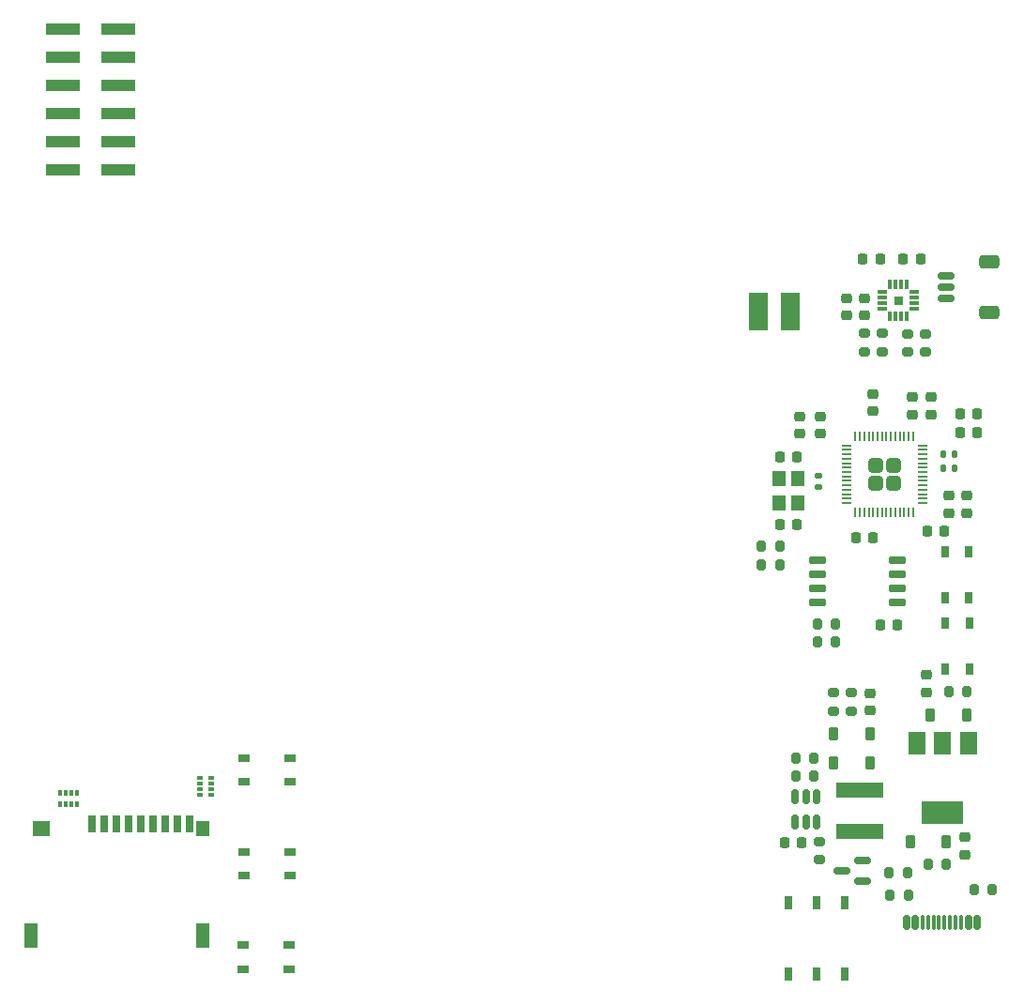
<source format=gbp>
%TF.GenerationSoftware,KiCad,Pcbnew,7.0.7*%
%TF.CreationDate,2023-11-02T23:48:11+00:00*%
%TF.ProjectId,mod-badge-inercia,6d6f642d-6261-4646-9765-2d696e657263,rev?*%
%TF.SameCoordinates,Original*%
%TF.FileFunction,Paste,Bot*%
%TF.FilePolarity,Positive*%
%FSLAX46Y46*%
G04 Gerber Fmt 4.6, Leading zero omitted, Abs format (unit mm)*
G04 Created by KiCad (PCBNEW 7.0.7) date 2023-11-02 23:48:11*
%MOMM*%
%LPD*%
G01*
G04 APERTURE LIST*
G04 Aperture macros list*
%AMRoundRect*
0 Rectangle with rounded corners*
0 $1 Rounding radius*
0 $2 $3 $4 $5 $6 $7 $8 $9 X,Y pos of 4 corners*
0 Add a 4 corners polygon primitive as box body*
4,1,4,$2,$3,$4,$5,$6,$7,$8,$9,$2,$3,0*
0 Add four circle primitives for the rounded corners*
1,1,$1+$1,$2,$3*
1,1,$1+$1,$4,$5*
1,1,$1+$1,$6,$7*
1,1,$1+$1,$8,$9*
0 Add four rect primitives between the rounded corners*
20,1,$1+$1,$2,$3,$4,$5,0*
20,1,$1+$1,$4,$5,$6,$7,0*
20,1,$1+$1,$6,$7,$8,$9,0*
20,1,$1+$1,$8,$9,$2,$3,0*%
G04 Aperture macros list end*
%ADD10C,0.010000*%
%ADD11RoundRect,0.200000X-0.275000X0.200000X-0.275000X-0.200000X0.275000X-0.200000X0.275000X0.200000X0*%
%ADD12RoundRect,0.225000X0.225000X0.250000X-0.225000X0.250000X-0.225000X-0.250000X0.225000X-0.250000X0*%
%ADD13RoundRect,0.200000X0.275000X-0.200000X0.275000X0.200000X-0.275000X0.200000X-0.275000X-0.200000X0*%
%ADD14RoundRect,0.200000X0.200000X0.275000X-0.200000X0.275000X-0.200000X-0.275000X0.200000X-0.275000X0*%
%ADD15RoundRect,0.225000X0.225000X0.375000X-0.225000X0.375000X-0.225000X-0.375000X0.225000X-0.375000X0*%
%ADD16RoundRect,0.225000X-0.250000X0.225000X-0.250000X-0.225000X0.250000X-0.225000X0.250000X0.225000X0*%
%ADD17RoundRect,0.225000X0.250000X-0.225000X0.250000X0.225000X-0.250000X0.225000X-0.250000X-0.225000X0*%
%ADD18R,0.700000X1.600000*%
%ADD19R,1.200000X2.200000*%
%ADD20R,1.600000X1.400000*%
%ADD21R,1.200000X1.400000*%
%ADD22RoundRect,0.200000X-0.200000X-0.275000X0.200000X-0.275000X0.200000X0.275000X-0.200000X0.275000X0*%
%ADD23RoundRect,0.225000X-0.225000X-0.250000X0.225000X-0.250000X0.225000X0.250000X-0.225000X0.250000X0*%
%ADD24RoundRect,0.225000X-0.225000X-0.375000X0.225000X-0.375000X0.225000X0.375000X-0.225000X0.375000X0*%
%ADD25RoundRect,0.150000X0.587500X0.150000X-0.587500X0.150000X-0.587500X-0.150000X0.587500X-0.150000X0*%
%ADD26RoundRect,0.150000X-0.625000X0.150000X-0.625000X-0.150000X0.625000X-0.150000X0.625000X0.150000X0*%
%ADD27RoundRect,0.250000X-0.650000X0.350000X-0.650000X-0.350000X0.650000X-0.350000X0.650000X0.350000X0*%
%ADD28R,0.400000X0.500000*%
%ADD29R,0.300000X0.500000*%
%ADD30R,1.050000X0.650000*%
%ADD31RoundRect,0.135000X0.135000X0.185000X-0.135000X0.185000X-0.135000X-0.185000X0.135000X-0.185000X0*%
%ADD32R,0.500000X0.400000*%
%ADD33R,0.500000X0.300000*%
%ADD34RoundRect,0.135000X-0.185000X0.135000X-0.185000X-0.135000X0.185000X-0.135000X0.185000X0.135000X0*%
%ADD35R,0.700000X1.200000*%
%ADD36R,0.650000X1.050000*%
%ADD37RoundRect,0.249999X0.395001X-0.395001X0.395001X0.395001X-0.395001X0.395001X-0.395001X-0.395001X0*%
%ADD38RoundRect,0.050000X0.050000X-0.387500X0.050000X0.387500X-0.050000X0.387500X-0.050000X-0.387500X0*%
%ADD39RoundRect,0.050000X0.387500X-0.050000X0.387500X0.050000X-0.387500X0.050000X-0.387500X-0.050000X0*%
%ADD40R,1.800000X3.400000*%
%ADD41R,1.500000X2.000000*%
%ADD42R,3.800000X2.000000*%
%ADD43R,3.150000X1.000000*%
%ADD44RoundRect,0.008100X0.126900X-0.411900X0.126900X0.411900X-0.126900X0.411900X-0.126900X-0.411900X0*%
%ADD45RoundRect,0.008100X-0.411900X-0.126900X0.411900X-0.126900X0.411900X0.126900X-0.411900X0.126900X0*%
%ADD46RoundRect,0.150000X0.150000X0.500000X-0.150000X0.500000X-0.150000X-0.500000X0.150000X-0.500000X0*%
%ADD47RoundRect,0.075000X0.075000X0.575000X-0.075000X0.575000X-0.075000X-0.575000X0.075000X-0.575000X0*%
%ADD48RoundRect,0.150000X-0.650000X-0.150000X0.650000X-0.150000X0.650000X0.150000X-0.650000X0.150000X0*%
%ADD49R,4.200000X1.400000*%
%ADD50RoundRect,0.150000X-0.150000X0.512500X-0.150000X-0.512500X0.150000X-0.512500X0.150000X0.512500X0*%
G04 APERTURE END LIST*
%TO.C,U5*%
D10*
X80946200Y-30152200D02*
X80246200Y-30152200D01*
X80246200Y-29452200D01*
X80946200Y-29452200D01*
X80946200Y-30152200D01*
G36*
X80946200Y-30152200D02*
G01*
X80246200Y-30152200D01*
X80246200Y-29452200D01*
X80946200Y-29452200D01*
X80946200Y-30152200D01*
G37*
%TD*%
D11*
%TO.C,R18*%
X76368000Y-65207400D03*
X76368000Y-66857400D03*
%TD*%
D12*
%TO.C,C14*%
X80496000Y-59110200D03*
X78946000Y-59110200D03*
%TD*%
D13*
%TO.C,R24*%
X74782200Y-66873800D03*
X74782200Y-65223800D03*
%TD*%
D14*
%TO.C,R20*%
X84953038Y-80658800D03*
X83303038Y-80658800D03*
%TD*%
D15*
%TO.C,D15*%
X86772400Y-67215000D03*
X83472400Y-67215000D03*
%TD*%
D16*
%TO.C,C17*%
X83104400Y-63591400D03*
X83104400Y-65141400D03*
%TD*%
D13*
%TO.C,R21*%
X77537000Y-34438000D03*
X77537000Y-32788000D03*
%TD*%
D17*
%TO.C,C6*%
X81882600Y-40098400D03*
X81882600Y-38548400D03*
%TD*%
D14*
%TO.C,R13*%
X69924600Y-53632800D03*
X68274600Y-53632800D03*
%TD*%
D18*
%TO.C,J2*%
X7868400Y-76998890D03*
X8968400Y-76998890D03*
X10068400Y-76998890D03*
X11168400Y-76998890D03*
X12268400Y-76998890D03*
X13368400Y-76998890D03*
X14468400Y-76998890D03*
X15568400Y-76998890D03*
X16668400Y-76998890D03*
D19*
X2368400Y-87098890D03*
D20*
X3268400Y-77498890D03*
D21*
X17868400Y-77498890D03*
D19*
X17868400Y-87098890D03*
%TD*%
D16*
%TO.C,C8*%
X86735600Y-47443800D03*
X86735600Y-48993800D03*
%TD*%
D14*
%TO.C,R14*%
X69924600Y-52002600D03*
X68274600Y-52002600D03*
%TD*%
D12*
%TO.C,C15*%
X71490600Y-50058000D03*
X69940600Y-50058000D03*
%TD*%
D22*
%TO.C,R1*%
X71343400Y-72676400D03*
X72993400Y-72676400D03*
%TD*%
D12*
%TO.C,C9*%
X78337000Y-51223800D03*
X76787000Y-51223800D03*
%TD*%
D22*
%TO.C,R33*%
X85131800Y-65114000D03*
X86781800Y-65114000D03*
%TD*%
D17*
%TO.C,C7*%
X83561600Y-40098400D03*
X83561600Y-38548400D03*
%TD*%
D23*
%TO.C,C13*%
X86178800Y-40048800D03*
X87728800Y-40048800D03*
%TD*%
D13*
%TO.C,R22*%
X83053400Y-34463400D03*
X83053400Y-32813400D03*
%TD*%
D23*
%TO.C,C5*%
X86165000Y-41722600D03*
X87715000Y-41722600D03*
%TD*%
D14*
%TO.C,R2*%
X72993400Y-71080800D03*
X71343400Y-71080800D03*
%TD*%
D13*
%TO.C,R3*%
X73498400Y-80269200D03*
X73498400Y-78619200D03*
%TD*%
D24*
%TO.C,D2*%
X81655000Y-78682600D03*
X84955000Y-78682600D03*
%TD*%
D25*
%TO.C,Q2*%
X77359900Y-80337000D03*
X77359900Y-82237000D03*
X75484900Y-81287000D03*
%TD*%
D15*
%TO.C,D1*%
X78091400Y-71496400D03*
X74791400Y-71496400D03*
%TD*%
D26*
%TO.C,J3*%
X84950800Y-27617800D03*
X84950800Y-28617800D03*
X84950800Y-29617800D03*
D27*
X88825800Y-26317800D03*
X88825800Y-30917800D03*
%TD*%
D28*
%TO.C,RN1*%
X4970000Y-74268600D03*
D29*
X5470000Y-74268600D03*
X5970000Y-74268600D03*
D28*
X6470000Y-74268600D03*
X6470000Y-75268600D03*
D29*
X5970000Y-75268600D03*
X5470000Y-75268600D03*
D28*
X4970000Y-75268600D03*
%TD*%
D22*
%TO.C,R7*%
X87424800Y-82963400D03*
X89074800Y-82963400D03*
%TD*%
D30*
%TO.C,SW4*%
X21490200Y-90137503D03*
X25640200Y-90137503D03*
X21490200Y-87987503D03*
X25640200Y-87987503D03*
%TD*%
D13*
%TO.C,R19*%
X79128000Y-34438000D03*
X79128000Y-32788000D03*
%TD*%
D31*
%TO.C,R11*%
X85671600Y-44932600D03*
X84651600Y-44932600D03*
%TD*%
%TO.C,R12*%
X85671600Y-43698200D03*
X84651600Y-43698200D03*
%TD*%
D32*
%TO.C,RN2*%
X18625000Y-72925000D03*
D33*
X18625000Y-73425000D03*
X18625000Y-73925000D03*
D32*
X18625000Y-74425000D03*
X17625000Y-74425000D03*
D33*
X17625000Y-73925000D03*
X17625000Y-73425000D03*
D32*
X17625000Y-72925000D03*
%TD*%
D16*
%TO.C,C3*%
X85155600Y-47430000D03*
X85155600Y-48980000D03*
%TD*%
D34*
%TO.C,R10*%
X73410600Y-45652000D03*
X73410600Y-46672000D03*
%TD*%
D22*
%TO.C,R5*%
X79776200Y-81407000D03*
X81426200Y-81407000D03*
%TD*%
D14*
%TO.C,R6*%
X81513800Y-83485200D03*
X79863800Y-83485200D03*
%TD*%
D13*
%TO.C,R23*%
X81483200Y-34463400D03*
X81483200Y-32813400D03*
%TD*%
D17*
%TO.C,C18*%
X77559400Y-31180800D03*
X77559400Y-29630800D03*
%TD*%
D35*
%TO.C,SW7*%
X70728600Y-90615600D03*
X73228600Y-90615600D03*
X75728600Y-90615600D03*
X70728600Y-84115600D03*
X73228600Y-84115600D03*
X75728600Y-84115600D03*
%TD*%
D30*
%TO.C,SW5*%
X21590200Y-73231703D03*
X25740200Y-73231703D03*
X21590200Y-71081703D03*
X25740200Y-71081703D03*
%TD*%
D36*
%TO.C,SW2*%
X87007800Y-63062303D03*
X87007800Y-58912303D03*
X84857800Y-63062303D03*
X84857800Y-58912303D03*
%TD*%
D30*
%TO.C,SW6*%
X21590200Y-81684603D03*
X25740200Y-81684603D03*
X21590200Y-79534603D03*
X25740200Y-79534603D03*
%TD*%
D12*
%TO.C,C22*%
X71898238Y-78707600D03*
X70348238Y-78707600D03*
%TD*%
D21*
%TO.C,Y1*%
X71536600Y-45906000D03*
X71536600Y-48106000D03*
X69836600Y-48106000D03*
X69836600Y-45906000D03*
%TD*%
D37*
%TO.C,U1*%
X78533400Y-46282900D03*
X80133400Y-46282900D03*
X78533400Y-44682900D03*
X80133400Y-44682900D03*
D38*
X81933400Y-48920400D03*
X81533400Y-48920400D03*
X81133400Y-48920400D03*
X80733400Y-48920400D03*
X80333400Y-48920400D03*
X79933400Y-48920400D03*
X79533400Y-48920400D03*
X79133400Y-48920400D03*
X78733400Y-48920400D03*
X78333400Y-48920400D03*
X77933400Y-48920400D03*
X77533400Y-48920400D03*
X77133400Y-48920400D03*
X76733400Y-48920400D03*
D39*
X75895900Y-48082900D03*
X75895900Y-47682900D03*
X75895900Y-47282900D03*
X75895900Y-46882900D03*
X75895900Y-46482900D03*
X75895900Y-46082900D03*
X75895900Y-45682900D03*
X75895900Y-45282900D03*
X75895900Y-44882900D03*
X75895900Y-44482900D03*
X75895900Y-44082900D03*
X75895900Y-43682900D03*
X75895900Y-43282900D03*
X75895900Y-42882900D03*
D38*
X76733400Y-42045400D03*
X77133400Y-42045400D03*
X77533400Y-42045400D03*
X77933400Y-42045400D03*
X78333400Y-42045400D03*
X78733400Y-42045400D03*
X79133400Y-42045400D03*
X79533400Y-42045400D03*
X79933400Y-42045400D03*
X80333400Y-42045400D03*
X80733400Y-42045400D03*
X81133400Y-42045400D03*
X81533400Y-42045400D03*
X81933400Y-42045400D03*
D39*
X82770900Y-42882900D03*
X82770900Y-43282900D03*
X82770900Y-43682900D03*
X82770900Y-44082900D03*
X82770900Y-44482900D03*
X82770900Y-44882900D03*
X82770900Y-45282900D03*
X82770900Y-45682900D03*
X82770900Y-46082900D03*
X82770900Y-46482900D03*
X82770900Y-46882900D03*
X82770900Y-47282900D03*
X82770900Y-47682900D03*
X82770900Y-48082900D03*
%TD*%
D17*
%TO.C,C4*%
X73546200Y-41800200D03*
X73546200Y-40250200D03*
%TD*%
D23*
%TO.C,C16*%
X69936600Y-43950000D03*
X71486600Y-43950000D03*
%TD*%
D12*
%TO.C,C21*%
X82590400Y-26064800D03*
X81040400Y-26064800D03*
%TD*%
D17*
%TO.C,C19*%
X75936400Y-31180800D03*
X75936400Y-29630800D03*
%TD*%
%TO.C,C12*%
X78324000Y-39805200D03*
X78324000Y-38255200D03*
%TD*%
D40*
%TO.C,J5*%
X68021400Y-30844200D03*
%TD*%
D14*
%TO.C,R9*%
X74957400Y-58988000D03*
X73307400Y-58988000D03*
%TD*%
%TO.C,R8*%
X74957400Y-60618200D03*
X73307400Y-60618200D03*
%TD*%
D23*
%TO.C,C10*%
X83207000Y-50632800D03*
X84757000Y-50632800D03*
%TD*%
D36*
%TO.C,SW3*%
X86973400Y-56606897D03*
X86973400Y-52456897D03*
X84823400Y-56606897D03*
X84823400Y-52456897D03*
%TD*%
D41*
%TO.C,U3*%
X82303800Y-69740600D03*
X84603800Y-69740600D03*
D42*
X84603800Y-76040600D03*
D41*
X86903800Y-69740600D03*
%TD*%
D43*
%TO.C,J7*%
X10250000Y-5325000D03*
X5200000Y-5325000D03*
X10250000Y-7865000D03*
X5200000Y-7865000D03*
X10250000Y-10405000D03*
X5200000Y-10405000D03*
X10250000Y-12945000D03*
X5200000Y-12945000D03*
X10250000Y-15485000D03*
X5200000Y-15485000D03*
X10250000Y-18025000D03*
X5200000Y-18025000D03*
%TD*%
D44*
%TO.C,U5*%
X81346200Y-31237200D03*
X80846200Y-31237200D03*
X80346200Y-31237200D03*
X79846200Y-31237200D03*
D45*
X79161200Y-30552200D03*
X79161200Y-30052200D03*
X79161200Y-29552200D03*
X79161200Y-29052200D03*
D44*
X79846200Y-28367200D03*
X80346200Y-28367200D03*
X80846200Y-28367200D03*
X81346200Y-28367200D03*
D45*
X82031200Y-29052200D03*
X82031200Y-29552200D03*
X82031200Y-30052200D03*
X82031200Y-30552200D03*
%TD*%
D46*
%TO.C,J1*%
X87720400Y-85944400D03*
X86920400Y-85944400D03*
D47*
X85770400Y-85944400D03*
X84770400Y-85944400D03*
X84270400Y-85944400D03*
X83270400Y-85944400D03*
D46*
X82120400Y-85944400D03*
X81320400Y-85944400D03*
X81320400Y-85944400D03*
X82120400Y-85944400D03*
D47*
X82770400Y-85944400D03*
X83770400Y-85944400D03*
X85270400Y-85944400D03*
X86270400Y-85944400D03*
D46*
X86920400Y-85944400D03*
X87720400Y-85944400D03*
%TD*%
D23*
%TO.C,C20*%
X77404200Y-26090200D03*
X78954200Y-26090200D03*
%TD*%
D24*
%TO.C,D3*%
X74740400Y-68920400D03*
X78040400Y-68920400D03*
%TD*%
D40*
%TO.C,J4*%
X70880000Y-30844200D03*
%TD*%
D16*
%TO.C,C2*%
X86598400Y-78248600D03*
X86598400Y-79798600D03*
%TD*%
D17*
%TO.C,C1*%
X78034200Y-66819200D03*
X78034200Y-65269200D03*
%TD*%
%TO.C,C11*%
X71717400Y-41811800D03*
X71717400Y-40261800D03*
%TD*%
D48*
%TO.C,U4*%
X73304000Y-57033000D03*
X73304000Y-55763000D03*
X73304000Y-54493000D03*
X73304000Y-53223000D03*
X80504000Y-53223000D03*
X80504000Y-54493000D03*
X80504000Y-55763000D03*
X80504000Y-57033000D03*
%TD*%
D49*
%TO.C,L1*%
X77087400Y-77675400D03*
X77087400Y-73975400D03*
%TD*%
D50*
%TO.C,U2*%
X71307400Y-74587900D03*
X72257400Y-74587900D03*
X73207400Y-74587900D03*
X73207400Y-76862900D03*
X72257400Y-76862900D03*
X71307400Y-76862900D03*
%TD*%
M02*

</source>
